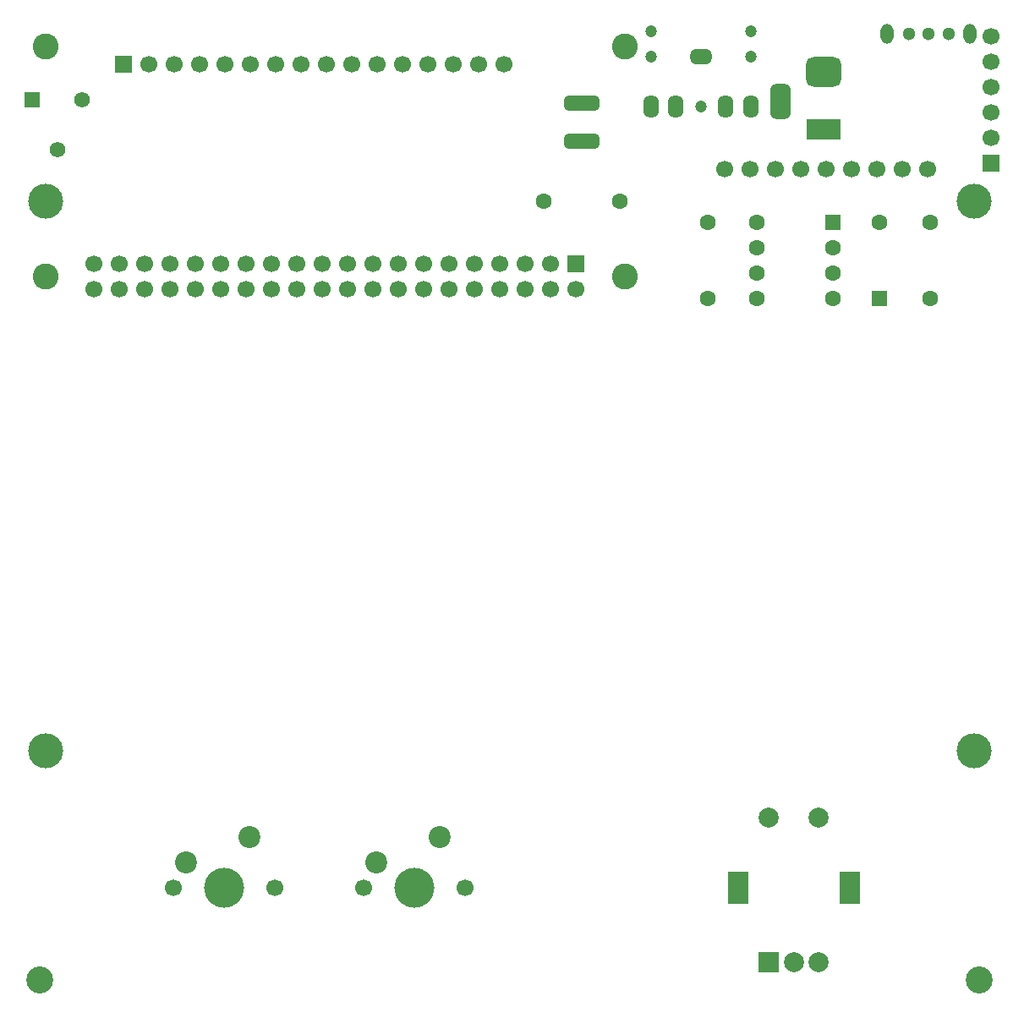
<source format=gbr>
%TF.GenerationSoftware,KiCad,Pcbnew,9.0.6*%
%TF.CreationDate,2026-02-16T22:18:04-05:00*%
%TF.ProjectId,MT32-pi-mainboard,4d543332-2d70-4692-9d6d-61696e626f61,rev?*%
%TF.SameCoordinates,Original*%
%TF.FileFunction,Soldermask,Top*%
%TF.FilePolarity,Negative*%
%FSLAX46Y46*%
G04 Gerber Fmt 4.6, Leading zero omitted, Abs format (unit mm)*
G04 Created by KiCad (PCBNEW 9.0.6) date 2026-02-16 22:18:04*
%MOMM*%
%LPD*%
G01*
G04 APERTURE LIST*
G04 Aperture macros list*
%AMRoundRect*
0 Rectangle with rounded corners*
0 $1 Rounding radius*
0 $2 $3 $4 $5 $6 $7 $8 $9 X,Y pos of 4 corners*
0 Add a 4 corners polygon primitive as box body*
4,1,4,$2,$3,$4,$5,$6,$7,$8,$9,$2,$3,0*
0 Add four circle primitives for the rounded corners*
1,1,$1+$1,$2,$3*
1,1,$1+$1,$4,$5*
1,1,$1+$1,$6,$7*
1,1,$1+$1,$8,$9*
0 Add four rect primitives between the rounded corners*
20,1,$1+$1,$2,$3,$4,$5,0*
20,1,$1+$1,$4,$5,$6,$7,0*
20,1,$1+$1,$6,$7,$8,$9,0*
20,1,$1+$1,$8,$9,$2,$3,0*%
%AMFreePoly0*
4,1,23,0.550000,-0.750000,0.000000,-0.750000,0.000000,-0.745722,-0.065263,-0.745722,-0.191342,-0.711940,-0.304381,-0.646677,-0.396677,-0.554381,-0.461940,-0.441342,-0.495722,-0.315263,-0.495722,-0.250000,-0.500000,-0.250000,-0.500000,0.250000,-0.495722,0.250000,-0.495722,0.315263,-0.461940,0.441342,-0.396677,0.554381,-0.304381,0.646677,-0.191342,0.711940,-0.065263,0.745722,0.000000,0.745722,
0.000000,0.750000,0.550000,0.750000,0.550000,-0.750000,0.550000,-0.750000,$1*%
%AMFreePoly1*
4,1,23,0.000000,0.745722,0.065263,0.745722,0.191342,0.711940,0.304381,0.646677,0.396677,0.554381,0.461940,0.441342,0.495722,0.315263,0.495722,0.250000,0.500000,0.250000,0.500000,-0.250000,0.495722,-0.250000,0.495722,-0.315263,0.461940,-0.441342,0.396677,-0.554381,0.304381,-0.646677,0.191342,-0.711940,0.065263,-0.745722,0.000000,-0.745722,0.000000,-0.750000,-0.550000,-0.750000,
-0.550000,0.750000,0.000000,0.750000,0.000000,0.745722,0.000000,0.745722,$1*%
G04 Aperture macros list end*
%ADD10C,2.600000*%
%ADD11R,1.700000X1.700000*%
%ADD12C,1.700000*%
%ADD13RoundRect,0.250000X0.550000X0.550000X-0.550000X0.550000X-0.550000X-0.550000X0.550000X-0.550000X0*%
%ADD14C,1.600000*%
%ADD15R,2.000000X3.200000*%
%ADD16R,2.000000X2.000000*%
%ADD17C,2.000000*%
%ADD18C,3.500000*%
%ADD19R,3.500000X2.000000*%
%ADD20RoundRect,0.750000X-1.000000X0.750000X-1.000000X-0.750000X1.000000X-0.750000X1.000000X0.750000X0*%
%ADD21RoundRect,0.500000X-0.500000X1.250000X-0.500000X-1.250000X0.500000X-1.250000X0.500000X1.250000X0*%
%ADD22FreePoly0,0.000000*%
%ADD23R,1.000000X1.500000*%
%ADD24FreePoly1,0.000000*%
%ADD25C,4.000000*%
%ADD26C,2.200000*%
%ADD27R,1.560000X1.560000*%
%ADD28C,1.560000*%
%ADD29C,2.700000*%
%ADD30C,1.200000*%
%ADD31O,1.600000X2.300000*%
%ADD32O,2.300000X1.600000*%
%ADD33O,1.300000X2.000000*%
%ADD34C,1.300000*%
%ADD35RoundRect,0.250000X0.550000X-0.550000X0.550000X0.550000X-0.550000X0.550000X-0.550000X-0.550000X0*%
G04 APERTURE END LIST*
%TO.C,JP1*%
G36*
X107468125Y-59812500D02*
G01*
X108968125Y-59812500D01*
X108968125Y-61312500D01*
X107468125Y-61312500D01*
X107468125Y-59812500D01*
G37*
%TO.C,JP2*%
G36*
X107468125Y-63622500D02*
G01*
X108968125Y-63622500D01*
X108968125Y-65122500D01*
X107468125Y-65122500D01*
X107468125Y-63622500D01*
G37*
%TD*%
D10*
%TO.C,J1*%
X54520000Y-77900000D03*
X112520000Y-77900000D03*
X54520000Y-54900000D03*
X112520000Y-54900000D03*
D11*
X107650000Y-76630000D03*
D12*
X107650000Y-79170000D03*
X105110000Y-76630000D03*
X105110000Y-79170000D03*
X102570000Y-76630000D03*
X102570000Y-79170000D03*
X100030000Y-76630000D03*
X100030000Y-79170000D03*
X97490000Y-76630000D03*
X97490000Y-79170000D03*
X94950000Y-76630000D03*
X94950000Y-79170000D03*
X92410000Y-76630000D03*
X92410000Y-79170000D03*
X89870000Y-76630000D03*
X89870000Y-79170000D03*
X87330000Y-76630000D03*
X87330000Y-79170000D03*
X84790000Y-76630000D03*
X84790000Y-79170000D03*
X82250000Y-76630000D03*
X82250000Y-79170000D03*
X79710000Y-76630000D03*
X79710000Y-79170000D03*
X77170000Y-76630000D03*
X77170000Y-79170000D03*
X74630000Y-76630000D03*
X74630000Y-79170000D03*
X72090000Y-76630000D03*
X72090000Y-79170000D03*
X69550000Y-76630000D03*
X69550000Y-79170000D03*
X67010000Y-76630000D03*
X67010000Y-79170000D03*
X64470000Y-76630000D03*
X64470000Y-79170000D03*
X61930000Y-76630000D03*
X61930000Y-79170000D03*
X59390000Y-76630000D03*
X59390000Y-79170000D03*
%TD*%
D13*
%TO.C,U1*%
X133385000Y-72510000D03*
D14*
X133385000Y-75050000D03*
X133385000Y-77590000D03*
X133385000Y-80130000D03*
X125765000Y-80130000D03*
X125765000Y-77590000D03*
X125765000Y-75050000D03*
X125765000Y-72510000D03*
%TD*%
D15*
%TO.C,SW1*%
X123860000Y-139070000D03*
X135060000Y-139070000D03*
D16*
X126960000Y-146570000D03*
D17*
X131960000Y-146570000D03*
X129460000Y-146570000D03*
X131960000Y-132070000D03*
X126960000Y-132070000D03*
%TD*%
D18*
%TO.C,LCD1*%
X54520000Y-125360000D03*
X147520000Y-125360000D03*
X54520000Y-70360000D03*
X147520000Y-70360000D03*
%TD*%
D11*
%TO.C,J3*%
X62320000Y-56620000D03*
D12*
X64860000Y-56620000D03*
X67400000Y-56620000D03*
X69940000Y-56620000D03*
X72480000Y-56620000D03*
X75020000Y-56620000D03*
X77560000Y-56620000D03*
X80100000Y-56620000D03*
X82640000Y-56620000D03*
X85180000Y-56620000D03*
X87720000Y-56620000D03*
X90260000Y-56620000D03*
X92800000Y-56620000D03*
X95340000Y-56620000D03*
X97880000Y-56620000D03*
X100420000Y-56620000D03*
%TD*%
D19*
%TO.C,J4*%
X132463333Y-63170000D03*
D20*
X132463333Y-57370000D03*
D21*
X128163333Y-60370000D03*
%TD*%
D22*
%TO.C,JP1*%
X106918125Y-60562500D03*
D23*
X108218125Y-60562500D03*
D24*
X109518125Y-60562500D03*
%TD*%
D22*
%TO.C,JP2*%
X106918125Y-64372500D03*
D23*
X108218125Y-64372500D03*
D24*
X109518125Y-64372500D03*
%TD*%
D12*
%TO.C,SW2*%
X67360000Y-139070000D03*
D25*
X72440000Y-139070000D03*
D12*
X77520000Y-139070000D03*
D26*
X74980000Y-133990000D03*
X68630000Y-136530000D03*
%TD*%
D27*
%TO.C,RV1*%
X53200000Y-60160000D03*
D28*
X55700000Y-65160000D03*
X58200000Y-60160000D03*
%TD*%
D11*
%TO.C,A1*%
X149240000Y-66510000D03*
D12*
X149240000Y-63970000D03*
X149240000Y-61430000D03*
X149240000Y-58890000D03*
X149240000Y-56350000D03*
X149240000Y-53810000D03*
X122570000Y-67145000D03*
X125110000Y-67145000D03*
X127650000Y-67145000D03*
X130190000Y-67145000D03*
X132730000Y-67145000D03*
X135270000Y-67145000D03*
X137810000Y-67145000D03*
X140350000Y-67145000D03*
X142890000Y-67145000D03*
%TD*%
%TO.C,SW3*%
X86360000Y-139070000D03*
D25*
X91440000Y-139070000D03*
D12*
X96520000Y-139070000D03*
D26*
X93980000Y-133990000D03*
X87630000Y-136530000D03*
%TD*%
D29*
%TO.C,H2*%
X53970000Y-148370000D03*
%TD*%
D30*
%TO.C,J2*%
X125130000Y-53370000D03*
X115130000Y-53370000D03*
X125130000Y-55870000D03*
X115130000Y-55870000D03*
X120130000Y-60870000D03*
D31*
X125130000Y-60870000D03*
X122630000Y-60870000D03*
D32*
X120130000Y-55870000D03*
D31*
X115130000Y-60870000D03*
X117630000Y-60870000D03*
%TD*%
D33*
%TO.C,SW4*%
X138831667Y-53590000D03*
X147131667Y-53590000D03*
D34*
X144981667Y-53590000D03*
X142981667Y-53590000D03*
X140981667Y-53590000D03*
%TD*%
D29*
%TO.C,H3*%
X148040000Y-148370000D03*
%TD*%
D14*
%TO.C,R2*%
X120850000Y-72510000D03*
X120850000Y-80130000D03*
%TD*%
D35*
%TO.C,D1*%
X138060000Y-80130000D03*
D14*
X138060000Y-72510000D03*
%TD*%
%TO.C,R1*%
X143140000Y-72510000D03*
X143140000Y-80130000D03*
%TD*%
%TO.C,R3*%
X104408125Y-70360000D03*
X112028125Y-70360000D03*
%TD*%
M02*

</source>
